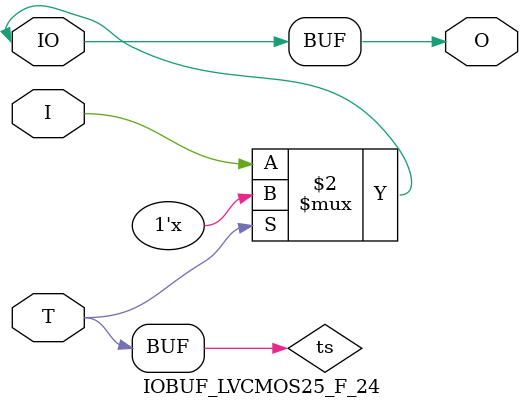
<source format=v>

/*

FUNCTION	: INPUT TRI-STATE OUTPUT BUFFER

*/

`celldefine
`timescale  100 ps / 10 ps

module IOBUF_LVCMOS25_F_24 (O, IO, I, T);

    output O;

    inout  IO;

    input  I, T;

    or O1 (ts, 1'b0, T);
    bufif0 T1 (IO, I, ts);

    buf B1 (O, IO);

endmodule

</source>
